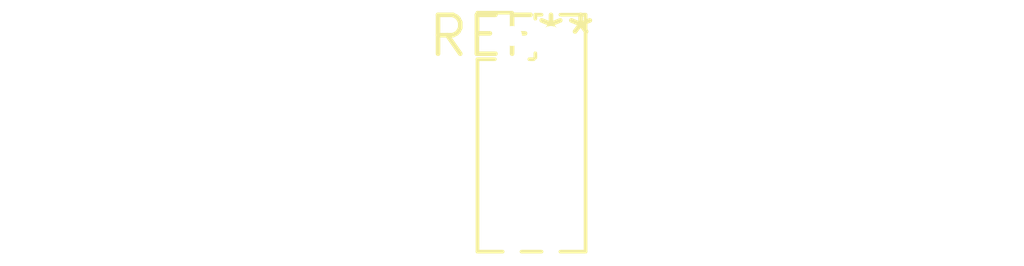
<source format=kicad_pcb>
(kicad_pcb (version 20240108) (generator pcbnew)
  (layers (0 "F.Cu" signal) (31 "B.Cu" signal) (34 "B.Paste" user) (35 "F.Paste" user) (36 "B.SilkS" user "B.Silkscreen") (37 "F.SilkS" user "F.Silkscreen") (38 "B.Mask" user) (39 "F.Mask" user) (44 "Edge.Cuts" user))
  (net 0 "")
  (footprint "PinHeader_2x06_P1.27mm_Vertical" (layer "F.Cu") (at 0 0)
    (property "Reference" "REF**")
    (property "Value" "PinHeader_2x06_P1.27mm_Vertical")
    (fp_line (start -1.13 -0.76) (end 0 -0.76) (layer "F.SilkS") (stroke (width 0.12)))
    (fp_line (start -1.13 0) (end -1.13 -0.76) (layer "F.SilkS") (stroke (width 0.12)))
    (fp_line (start -1.13 0.76) (end -1.13 7.045) (layer "F.SilkS") (stroke (width 0.12)))
    (fp_line (start -1.13 0.76) (end -0.563471 0.76) (layer "F.SilkS") (stroke (width 0.12)))
    (fp_line (start -1.13 7.045) (end -0.30753 7.045) (layer "F.SilkS") (stroke (width 0.12)))
    (fp_line (start 0.30753 7.045) (end 0.96247 7.045) (layer "F.SilkS") (stroke (width 0.12)))
    (fp_line (start 0.563471 0.76) (end 0.706529 0.76) (layer "F.SilkS") (stroke (width 0.12)))
    (fp_line (start 0.76 -0.695) (end 0.96247 -0.695) (layer "F.SilkS") (stroke (width 0.12)))
    (fp_line (start 0.76 -0.563471) (end 0.76 -0.695) (layer "F.SilkS") (stroke (width 0.12)))
    (fp_line (start 0.76 0.706529) (end 0.76 0.563471) (layer "F.SilkS") (stroke (width 0.12)))
    (fp_line (start 1.57753 -0.695) (end 2.4 -0.695) (layer "F.SilkS") (stroke (width 0.12)))
    (fp_line (start 1.57753 7.045) (end 2.4 7.045) (layer "F.SilkS") (stroke (width 0.12)))
    (fp_line (start 2.4 -0.695) (end 2.4 7.045) (layer "F.SilkS") (stroke (width 0.12)))
    (pad "1" thru_hole rect (at 0 0) (size 1 1) (drill 0.65) (layers *.Cu *.Mask) (remove_unused_layers))
    (pad "2" thru_hole oval (at 1.27 0) (size 1 1) (drill 0.65) (layers *.Cu *.Mask) (remove_unused_layers))
    (pad "3" thru_hole oval (at 0 1.27) (size 1 1) (drill 0.65) (layers *.Cu *.Mask) (remove_unused_layers))
    (pad "4" thru_hole oval (at 1.27 1.27) (size 1 1) (drill 0.65) (layers *.Cu *.Mask) (remove_unused_layers))
    (pad "5" thru_hole oval (at 0 2.54) (size 1 1) (drill 0.65) (layers *.Cu *.Mask) (remove_unused_layers))
    (pad "6" thru_hole oval (at 1.27 2.54) (size 1 1) (drill 0.65) (layers *.Cu *.Mask) (remove_unused_layers))
    (pad "7" thru_hole oval (at 0 3.81) (size 1 1) (drill 0.65) (layers *.Cu *.Mask) (remove_unused_layers))
    (pad "8" thru_hole oval (at 1.27 3.81) (size 1 1) (drill 0.65) (layers *.Cu *.Mask) (remove_unused_layers))
    (pad "9" thru_hole oval (at 0 5.08) (size 1 1) (drill 0.65) (layers *.Cu *.Mask) (remove_unused_layers))
    (pad "10" thru_hole oval (at 1.27 5.08) (size 1 1) (drill 0.65) (layers *.Cu *.Mask) (remove_unused_layers))
    (pad "11" thru_hole oval (at 0 6.35) (size 1 1) (drill 0.65) (layers *.Cu *.Mask) (remove_unused_layers))
    (pad "12" thru_hole oval (at 1.27 6.35) (size 1 1) (drill 0.65) (layers *.Cu *.Mask) (remove_unused_layers))
  )
)
</source>
